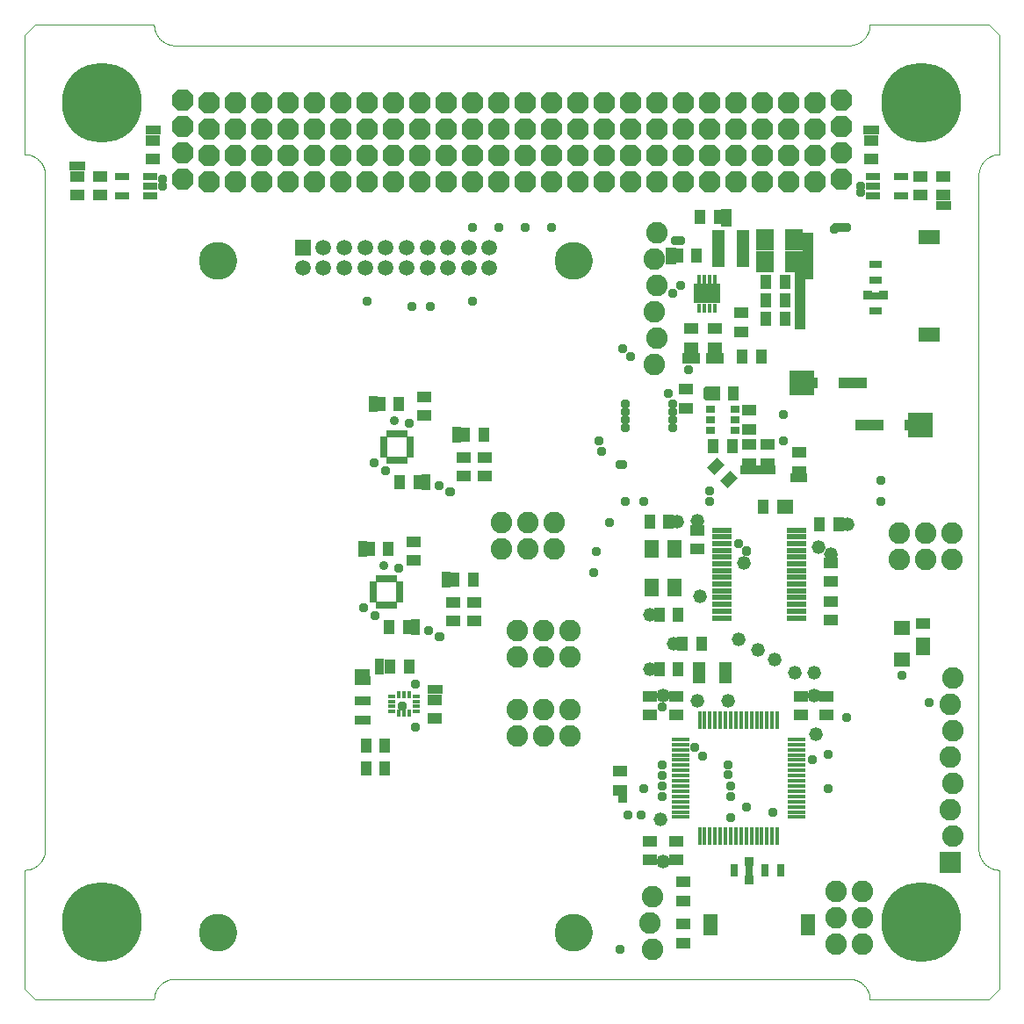
<source format=gts>
G75*
%MOIN*%
%OFA0B0*%
%FSLAX25Y25*%
%IPPOS*%
%LPD*%
%AMOC8*
5,1,8,0,0,1.08239X$1,22.5*
%
%ADD10C,0.00000*%
%ADD11C,0.30328*%
%ADD12OC8,0.08200*%
%ADD13R,0.06902X0.01784*%
%ADD14R,0.01784X0.06902*%
%ADD15R,0.07690X0.02375*%
%ADD16R,0.04737X0.07887*%
%ADD17R,0.05524X0.03950*%
%ADD18R,0.03950X0.05524*%
%ADD19C,0.05200*%
%ADD20R,0.05721X0.07099*%
%ADD21R,0.01784X0.04737*%
%ADD22R,0.04737X0.01784*%
%ADD23R,0.05950X0.05950*%
%ADD24C,0.05950*%
%ADD25C,0.14383*%
%ADD26R,0.05524X0.03162*%
%ADD27R,0.03162X0.04737*%
%ADD28R,0.05721X0.07887*%
%ADD29R,0.04737X0.03162*%
%ADD30R,0.07887X0.05721*%
%ADD31R,0.10170X0.07296*%
%ADD32R,0.01784X0.03556*%
%ADD33R,0.04658X0.14186*%
%ADD34R,0.07099X0.07887*%
%ADD35R,0.03556X0.02800*%
%ADD36R,0.11036X0.03950*%
%ADD37R,0.08200X0.08200*%
%ADD38C,0.08200*%
%ADD39R,0.06312X0.05524*%
%ADD40R,0.01784X0.02670*%
%ADD41R,0.02670X0.01784*%
%ADD42R,0.05918X0.03556*%
%ADD43R,0.02570X0.01980*%
%ADD44R,0.01980X0.02570*%
%ADD45C,0.03778*%
%ADD46R,0.03778X0.03778*%
%ADD47OC8,0.03975*%
%ADD48R,0.03975X0.03975*%
%ADD49R,0.03581X0.03581*%
%ADD50C,0.03581*%
D10*
X0087864Y0091801D02*
X0091801Y0087864D01*
X0137077Y0087864D01*
X0137079Y0088054D01*
X0137086Y0088244D01*
X0137098Y0088434D01*
X0137114Y0088624D01*
X0137134Y0088813D01*
X0137160Y0089002D01*
X0137189Y0089190D01*
X0137224Y0089377D01*
X0137263Y0089563D01*
X0137306Y0089748D01*
X0137354Y0089933D01*
X0137406Y0090116D01*
X0137462Y0090297D01*
X0137523Y0090477D01*
X0137589Y0090656D01*
X0137658Y0090833D01*
X0137732Y0091009D01*
X0137810Y0091182D01*
X0137893Y0091354D01*
X0137979Y0091523D01*
X0138069Y0091691D01*
X0138164Y0091856D01*
X0138262Y0092019D01*
X0138365Y0092179D01*
X0138471Y0092337D01*
X0138581Y0092492D01*
X0138694Y0092645D01*
X0138812Y0092795D01*
X0138933Y0092941D01*
X0139057Y0093085D01*
X0139185Y0093226D01*
X0139316Y0093364D01*
X0139451Y0093499D01*
X0139589Y0093630D01*
X0139730Y0093758D01*
X0139874Y0093882D01*
X0140020Y0094003D01*
X0140170Y0094121D01*
X0140323Y0094234D01*
X0140478Y0094344D01*
X0140636Y0094450D01*
X0140796Y0094553D01*
X0140959Y0094651D01*
X0141124Y0094746D01*
X0141292Y0094836D01*
X0141461Y0094922D01*
X0141633Y0095005D01*
X0141806Y0095083D01*
X0141982Y0095157D01*
X0142159Y0095226D01*
X0142338Y0095292D01*
X0142518Y0095353D01*
X0142699Y0095409D01*
X0142882Y0095461D01*
X0143067Y0095509D01*
X0143252Y0095552D01*
X0143438Y0095591D01*
X0143625Y0095626D01*
X0143813Y0095655D01*
X0144002Y0095681D01*
X0144191Y0095701D01*
X0144381Y0095717D01*
X0144571Y0095729D01*
X0144761Y0095736D01*
X0144951Y0095738D01*
X0400856Y0095738D01*
X0401046Y0095736D01*
X0401236Y0095729D01*
X0401426Y0095717D01*
X0401616Y0095701D01*
X0401805Y0095681D01*
X0401994Y0095655D01*
X0402182Y0095626D01*
X0402369Y0095591D01*
X0402555Y0095552D01*
X0402740Y0095509D01*
X0402925Y0095461D01*
X0403108Y0095409D01*
X0403289Y0095353D01*
X0403469Y0095292D01*
X0403648Y0095226D01*
X0403825Y0095157D01*
X0404001Y0095083D01*
X0404174Y0095005D01*
X0404346Y0094922D01*
X0404515Y0094836D01*
X0404683Y0094746D01*
X0404848Y0094651D01*
X0405011Y0094553D01*
X0405171Y0094450D01*
X0405329Y0094344D01*
X0405484Y0094234D01*
X0405637Y0094121D01*
X0405787Y0094003D01*
X0405933Y0093882D01*
X0406077Y0093758D01*
X0406218Y0093630D01*
X0406356Y0093499D01*
X0406491Y0093364D01*
X0406622Y0093226D01*
X0406750Y0093085D01*
X0406874Y0092941D01*
X0406995Y0092795D01*
X0407113Y0092645D01*
X0407226Y0092492D01*
X0407336Y0092337D01*
X0407442Y0092179D01*
X0407545Y0092019D01*
X0407643Y0091856D01*
X0407738Y0091691D01*
X0407828Y0091523D01*
X0407914Y0091354D01*
X0407997Y0091182D01*
X0408075Y0091009D01*
X0408149Y0090833D01*
X0408218Y0090656D01*
X0408284Y0090477D01*
X0408345Y0090297D01*
X0408401Y0090116D01*
X0408453Y0089933D01*
X0408501Y0089748D01*
X0408544Y0089563D01*
X0408583Y0089377D01*
X0408618Y0089190D01*
X0408647Y0089002D01*
X0408673Y0088813D01*
X0408693Y0088624D01*
X0408709Y0088434D01*
X0408721Y0088244D01*
X0408728Y0088054D01*
X0408730Y0087864D01*
X0454006Y0087864D01*
X0457943Y0091801D01*
X0457943Y0137077D01*
X0457753Y0137079D01*
X0457563Y0137086D01*
X0457373Y0137098D01*
X0457183Y0137114D01*
X0456994Y0137134D01*
X0456805Y0137160D01*
X0456617Y0137189D01*
X0456430Y0137224D01*
X0456244Y0137263D01*
X0456059Y0137306D01*
X0455874Y0137354D01*
X0455691Y0137406D01*
X0455510Y0137462D01*
X0455330Y0137523D01*
X0455151Y0137589D01*
X0454974Y0137658D01*
X0454798Y0137732D01*
X0454625Y0137810D01*
X0454453Y0137893D01*
X0454284Y0137979D01*
X0454116Y0138069D01*
X0453951Y0138164D01*
X0453788Y0138262D01*
X0453628Y0138365D01*
X0453470Y0138471D01*
X0453315Y0138581D01*
X0453162Y0138694D01*
X0453012Y0138812D01*
X0452866Y0138933D01*
X0452722Y0139057D01*
X0452581Y0139185D01*
X0452443Y0139316D01*
X0452308Y0139451D01*
X0452177Y0139589D01*
X0452049Y0139730D01*
X0451925Y0139874D01*
X0451804Y0140020D01*
X0451686Y0140170D01*
X0451573Y0140323D01*
X0451463Y0140478D01*
X0451357Y0140636D01*
X0451254Y0140796D01*
X0451156Y0140959D01*
X0451061Y0141124D01*
X0450971Y0141292D01*
X0450885Y0141461D01*
X0450802Y0141633D01*
X0450724Y0141806D01*
X0450650Y0141982D01*
X0450581Y0142159D01*
X0450515Y0142338D01*
X0450454Y0142518D01*
X0450398Y0142699D01*
X0450346Y0142882D01*
X0450298Y0143067D01*
X0450255Y0143252D01*
X0450216Y0143438D01*
X0450181Y0143625D01*
X0450152Y0143813D01*
X0450126Y0144002D01*
X0450106Y0144191D01*
X0450090Y0144381D01*
X0450078Y0144571D01*
X0450071Y0144761D01*
X0450069Y0144951D01*
X0450069Y0400856D01*
X0450071Y0401046D01*
X0450078Y0401236D01*
X0450090Y0401426D01*
X0450106Y0401616D01*
X0450126Y0401805D01*
X0450152Y0401994D01*
X0450181Y0402182D01*
X0450216Y0402369D01*
X0450255Y0402555D01*
X0450298Y0402740D01*
X0450346Y0402925D01*
X0450398Y0403108D01*
X0450454Y0403289D01*
X0450515Y0403469D01*
X0450581Y0403648D01*
X0450650Y0403825D01*
X0450724Y0404001D01*
X0450802Y0404174D01*
X0450885Y0404346D01*
X0450971Y0404515D01*
X0451061Y0404683D01*
X0451156Y0404848D01*
X0451254Y0405011D01*
X0451357Y0405171D01*
X0451463Y0405329D01*
X0451573Y0405484D01*
X0451686Y0405637D01*
X0451804Y0405787D01*
X0451925Y0405933D01*
X0452049Y0406077D01*
X0452177Y0406218D01*
X0452308Y0406356D01*
X0452443Y0406491D01*
X0452581Y0406622D01*
X0452722Y0406750D01*
X0452866Y0406874D01*
X0453012Y0406995D01*
X0453162Y0407113D01*
X0453315Y0407226D01*
X0453470Y0407336D01*
X0453628Y0407442D01*
X0453788Y0407545D01*
X0453951Y0407643D01*
X0454116Y0407738D01*
X0454284Y0407828D01*
X0454453Y0407914D01*
X0454625Y0407997D01*
X0454798Y0408075D01*
X0454974Y0408149D01*
X0455151Y0408218D01*
X0455330Y0408284D01*
X0455510Y0408345D01*
X0455691Y0408401D01*
X0455874Y0408453D01*
X0456059Y0408501D01*
X0456244Y0408544D01*
X0456430Y0408583D01*
X0456617Y0408618D01*
X0456805Y0408647D01*
X0456994Y0408673D01*
X0457183Y0408693D01*
X0457373Y0408709D01*
X0457563Y0408721D01*
X0457753Y0408728D01*
X0457943Y0408730D01*
X0457943Y0454006D01*
X0454006Y0457943D01*
X0408730Y0457943D01*
X0408728Y0457753D01*
X0408721Y0457563D01*
X0408709Y0457373D01*
X0408693Y0457183D01*
X0408673Y0456994D01*
X0408647Y0456805D01*
X0408618Y0456617D01*
X0408583Y0456430D01*
X0408544Y0456244D01*
X0408501Y0456059D01*
X0408453Y0455874D01*
X0408401Y0455691D01*
X0408345Y0455510D01*
X0408284Y0455330D01*
X0408218Y0455151D01*
X0408149Y0454974D01*
X0408075Y0454798D01*
X0407997Y0454625D01*
X0407914Y0454453D01*
X0407828Y0454284D01*
X0407738Y0454116D01*
X0407643Y0453951D01*
X0407545Y0453788D01*
X0407442Y0453628D01*
X0407336Y0453470D01*
X0407226Y0453315D01*
X0407113Y0453162D01*
X0406995Y0453012D01*
X0406874Y0452866D01*
X0406750Y0452722D01*
X0406622Y0452581D01*
X0406491Y0452443D01*
X0406356Y0452308D01*
X0406218Y0452177D01*
X0406077Y0452049D01*
X0405933Y0451925D01*
X0405787Y0451804D01*
X0405637Y0451686D01*
X0405484Y0451573D01*
X0405329Y0451463D01*
X0405171Y0451357D01*
X0405011Y0451254D01*
X0404848Y0451156D01*
X0404683Y0451061D01*
X0404515Y0450971D01*
X0404346Y0450885D01*
X0404174Y0450802D01*
X0404001Y0450724D01*
X0403825Y0450650D01*
X0403648Y0450581D01*
X0403469Y0450515D01*
X0403289Y0450454D01*
X0403108Y0450398D01*
X0402925Y0450346D01*
X0402740Y0450298D01*
X0402555Y0450255D01*
X0402369Y0450216D01*
X0402182Y0450181D01*
X0401994Y0450152D01*
X0401805Y0450126D01*
X0401616Y0450106D01*
X0401426Y0450090D01*
X0401236Y0450078D01*
X0401046Y0450071D01*
X0400856Y0450069D01*
X0144951Y0450069D01*
X0144761Y0450071D01*
X0144571Y0450078D01*
X0144381Y0450090D01*
X0144191Y0450106D01*
X0144002Y0450126D01*
X0143813Y0450152D01*
X0143625Y0450181D01*
X0143438Y0450216D01*
X0143252Y0450255D01*
X0143067Y0450298D01*
X0142882Y0450346D01*
X0142699Y0450398D01*
X0142518Y0450454D01*
X0142338Y0450515D01*
X0142159Y0450581D01*
X0141982Y0450650D01*
X0141806Y0450724D01*
X0141633Y0450802D01*
X0141461Y0450885D01*
X0141292Y0450971D01*
X0141124Y0451061D01*
X0140959Y0451156D01*
X0140796Y0451254D01*
X0140636Y0451357D01*
X0140478Y0451463D01*
X0140323Y0451573D01*
X0140170Y0451686D01*
X0140020Y0451804D01*
X0139874Y0451925D01*
X0139730Y0452049D01*
X0139589Y0452177D01*
X0139451Y0452308D01*
X0139316Y0452443D01*
X0139185Y0452581D01*
X0139057Y0452722D01*
X0138933Y0452866D01*
X0138812Y0453012D01*
X0138694Y0453162D01*
X0138581Y0453315D01*
X0138471Y0453470D01*
X0138365Y0453628D01*
X0138262Y0453788D01*
X0138164Y0453951D01*
X0138069Y0454116D01*
X0137979Y0454284D01*
X0137893Y0454453D01*
X0137810Y0454625D01*
X0137732Y0454798D01*
X0137658Y0454974D01*
X0137589Y0455151D01*
X0137523Y0455330D01*
X0137462Y0455510D01*
X0137406Y0455691D01*
X0137354Y0455874D01*
X0137306Y0456059D01*
X0137263Y0456244D01*
X0137224Y0456430D01*
X0137189Y0456617D01*
X0137160Y0456805D01*
X0137134Y0456994D01*
X0137114Y0457183D01*
X0137098Y0457373D01*
X0137086Y0457563D01*
X0137079Y0457753D01*
X0137077Y0457943D01*
X0091801Y0457943D01*
X0087864Y0454006D01*
X0087864Y0408730D01*
X0088054Y0408728D01*
X0088244Y0408721D01*
X0088434Y0408709D01*
X0088624Y0408693D01*
X0088813Y0408673D01*
X0089002Y0408647D01*
X0089190Y0408618D01*
X0089377Y0408583D01*
X0089563Y0408544D01*
X0089748Y0408501D01*
X0089933Y0408453D01*
X0090116Y0408401D01*
X0090297Y0408345D01*
X0090477Y0408284D01*
X0090656Y0408218D01*
X0090833Y0408149D01*
X0091009Y0408075D01*
X0091182Y0407997D01*
X0091354Y0407914D01*
X0091523Y0407828D01*
X0091691Y0407738D01*
X0091856Y0407643D01*
X0092019Y0407545D01*
X0092179Y0407442D01*
X0092337Y0407336D01*
X0092492Y0407226D01*
X0092645Y0407113D01*
X0092795Y0406995D01*
X0092941Y0406874D01*
X0093085Y0406750D01*
X0093226Y0406622D01*
X0093364Y0406491D01*
X0093499Y0406356D01*
X0093630Y0406218D01*
X0093758Y0406077D01*
X0093882Y0405933D01*
X0094003Y0405787D01*
X0094121Y0405637D01*
X0094234Y0405484D01*
X0094344Y0405329D01*
X0094450Y0405171D01*
X0094553Y0405011D01*
X0094651Y0404848D01*
X0094746Y0404683D01*
X0094836Y0404515D01*
X0094922Y0404346D01*
X0095005Y0404174D01*
X0095083Y0404001D01*
X0095157Y0403825D01*
X0095226Y0403648D01*
X0095292Y0403469D01*
X0095353Y0403289D01*
X0095409Y0403108D01*
X0095461Y0402925D01*
X0095509Y0402740D01*
X0095552Y0402555D01*
X0095591Y0402369D01*
X0095626Y0402182D01*
X0095655Y0401994D01*
X0095681Y0401805D01*
X0095701Y0401616D01*
X0095717Y0401426D01*
X0095729Y0401236D01*
X0095736Y0401046D01*
X0095738Y0400856D01*
X0095738Y0144951D01*
X0095736Y0144761D01*
X0095729Y0144571D01*
X0095717Y0144381D01*
X0095701Y0144191D01*
X0095681Y0144002D01*
X0095655Y0143813D01*
X0095626Y0143625D01*
X0095591Y0143438D01*
X0095552Y0143252D01*
X0095509Y0143067D01*
X0095461Y0142882D01*
X0095409Y0142699D01*
X0095353Y0142518D01*
X0095292Y0142338D01*
X0095226Y0142159D01*
X0095157Y0141982D01*
X0095083Y0141806D01*
X0095005Y0141633D01*
X0094922Y0141461D01*
X0094836Y0141292D01*
X0094746Y0141124D01*
X0094651Y0140959D01*
X0094553Y0140796D01*
X0094450Y0140636D01*
X0094344Y0140478D01*
X0094234Y0140323D01*
X0094121Y0140170D01*
X0094003Y0140020D01*
X0093882Y0139874D01*
X0093758Y0139730D01*
X0093630Y0139589D01*
X0093499Y0139451D01*
X0093364Y0139316D01*
X0093226Y0139185D01*
X0093085Y0139057D01*
X0092941Y0138933D01*
X0092795Y0138812D01*
X0092645Y0138694D01*
X0092492Y0138581D01*
X0092337Y0138471D01*
X0092179Y0138365D01*
X0092019Y0138262D01*
X0091856Y0138164D01*
X0091691Y0138069D01*
X0091523Y0137979D01*
X0091354Y0137893D01*
X0091182Y0137810D01*
X0091009Y0137732D01*
X0090833Y0137658D01*
X0090656Y0137589D01*
X0090477Y0137523D01*
X0090297Y0137462D01*
X0090116Y0137406D01*
X0089933Y0137354D01*
X0089748Y0137306D01*
X0089563Y0137263D01*
X0089377Y0137224D01*
X0089190Y0137189D01*
X0089002Y0137160D01*
X0088813Y0137134D01*
X0088624Y0137114D01*
X0088434Y0137098D01*
X0088244Y0137086D01*
X0088054Y0137079D01*
X0087864Y0137077D01*
X0087864Y0091801D01*
X0154593Y0113423D02*
X0154595Y0113590D01*
X0154601Y0113756D01*
X0154611Y0113923D01*
X0154626Y0114089D01*
X0154644Y0114254D01*
X0154667Y0114419D01*
X0154693Y0114584D01*
X0154723Y0114748D01*
X0154758Y0114911D01*
X0154797Y0115073D01*
X0154839Y0115234D01*
X0154885Y0115394D01*
X0154936Y0115553D01*
X0154990Y0115711D01*
X0155048Y0115867D01*
X0155110Y0116022D01*
X0155176Y0116175D01*
X0155245Y0116327D01*
X0155318Y0116476D01*
X0155395Y0116624D01*
X0155475Y0116770D01*
X0155559Y0116914D01*
X0155647Y0117056D01*
X0155737Y0117196D01*
X0155832Y0117333D01*
X0155929Y0117468D01*
X0156030Y0117601D01*
X0156134Y0117731D01*
X0156242Y0117859D01*
X0156352Y0117984D01*
X0156466Y0118106D01*
X0156582Y0118225D01*
X0156701Y0118341D01*
X0156823Y0118455D01*
X0156948Y0118565D01*
X0157076Y0118673D01*
X0157206Y0118777D01*
X0157339Y0118878D01*
X0157474Y0118975D01*
X0157611Y0119070D01*
X0157751Y0119160D01*
X0157893Y0119248D01*
X0158037Y0119332D01*
X0158183Y0119412D01*
X0158331Y0119489D01*
X0158480Y0119562D01*
X0158632Y0119631D01*
X0158785Y0119697D01*
X0158940Y0119759D01*
X0159096Y0119817D01*
X0159254Y0119871D01*
X0159413Y0119922D01*
X0159573Y0119968D01*
X0159734Y0120010D01*
X0159896Y0120049D01*
X0160059Y0120084D01*
X0160223Y0120114D01*
X0160388Y0120140D01*
X0160553Y0120163D01*
X0160718Y0120181D01*
X0160884Y0120196D01*
X0161051Y0120206D01*
X0161217Y0120212D01*
X0161384Y0120214D01*
X0161551Y0120212D01*
X0161717Y0120206D01*
X0161884Y0120196D01*
X0162050Y0120181D01*
X0162215Y0120163D01*
X0162380Y0120140D01*
X0162545Y0120114D01*
X0162709Y0120084D01*
X0162872Y0120049D01*
X0163034Y0120010D01*
X0163195Y0119968D01*
X0163355Y0119922D01*
X0163514Y0119871D01*
X0163672Y0119817D01*
X0163828Y0119759D01*
X0163983Y0119697D01*
X0164136Y0119631D01*
X0164288Y0119562D01*
X0164437Y0119489D01*
X0164585Y0119412D01*
X0164731Y0119332D01*
X0164875Y0119248D01*
X0165017Y0119160D01*
X0165157Y0119070D01*
X0165294Y0118975D01*
X0165429Y0118878D01*
X0165562Y0118777D01*
X0165692Y0118673D01*
X0165820Y0118565D01*
X0165945Y0118455D01*
X0166067Y0118341D01*
X0166186Y0118225D01*
X0166302Y0118106D01*
X0166416Y0117984D01*
X0166526Y0117859D01*
X0166634Y0117731D01*
X0166738Y0117601D01*
X0166839Y0117468D01*
X0166936Y0117333D01*
X0167031Y0117196D01*
X0167121Y0117056D01*
X0167209Y0116914D01*
X0167293Y0116770D01*
X0167373Y0116624D01*
X0167450Y0116476D01*
X0167523Y0116327D01*
X0167592Y0116175D01*
X0167658Y0116022D01*
X0167720Y0115867D01*
X0167778Y0115711D01*
X0167832Y0115553D01*
X0167883Y0115394D01*
X0167929Y0115234D01*
X0167971Y0115073D01*
X0168010Y0114911D01*
X0168045Y0114748D01*
X0168075Y0114584D01*
X0168101Y0114419D01*
X0168124Y0114254D01*
X0168142Y0114089D01*
X0168157Y0113923D01*
X0168167Y0113756D01*
X0168173Y0113590D01*
X0168175Y0113423D01*
X0168173Y0113256D01*
X0168167Y0113090D01*
X0168157Y0112923D01*
X0168142Y0112757D01*
X0168124Y0112592D01*
X0168101Y0112427D01*
X0168075Y0112262D01*
X0168045Y0112098D01*
X0168010Y0111935D01*
X0167971Y0111773D01*
X0167929Y0111612D01*
X0167883Y0111452D01*
X0167832Y0111293D01*
X0167778Y0111135D01*
X0167720Y0110979D01*
X0167658Y0110824D01*
X0167592Y0110671D01*
X0167523Y0110519D01*
X0167450Y0110370D01*
X0167373Y0110222D01*
X0167293Y0110076D01*
X0167209Y0109932D01*
X0167121Y0109790D01*
X0167031Y0109650D01*
X0166936Y0109513D01*
X0166839Y0109378D01*
X0166738Y0109245D01*
X0166634Y0109115D01*
X0166526Y0108987D01*
X0166416Y0108862D01*
X0166302Y0108740D01*
X0166186Y0108621D01*
X0166067Y0108505D01*
X0165945Y0108391D01*
X0165820Y0108281D01*
X0165692Y0108173D01*
X0165562Y0108069D01*
X0165429Y0107968D01*
X0165294Y0107871D01*
X0165157Y0107776D01*
X0165017Y0107686D01*
X0164875Y0107598D01*
X0164731Y0107514D01*
X0164585Y0107434D01*
X0164437Y0107357D01*
X0164288Y0107284D01*
X0164136Y0107215D01*
X0163983Y0107149D01*
X0163828Y0107087D01*
X0163672Y0107029D01*
X0163514Y0106975D01*
X0163355Y0106924D01*
X0163195Y0106878D01*
X0163034Y0106836D01*
X0162872Y0106797D01*
X0162709Y0106762D01*
X0162545Y0106732D01*
X0162380Y0106706D01*
X0162215Y0106683D01*
X0162050Y0106665D01*
X0161884Y0106650D01*
X0161717Y0106640D01*
X0161551Y0106634D01*
X0161384Y0106632D01*
X0161217Y0106634D01*
X0161051Y0106640D01*
X0160884Y0106650D01*
X0160718Y0106665D01*
X0160553Y0106683D01*
X0160388Y0106706D01*
X0160223Y0106732D01*
X0160059Y0106762D01*
X0159896Y0106797D01*
X0159734Y0106836D01*
X0159573Y0106878D01*
X0159413Y0106924D01*
X0159254Y0106975D01*
X0159096Y0107029D01*
X0158940Y0107087D01*
X0158785Y0107149D01*
X0158632Y0107215D01*
X0158480Y0107284D01*
X0158331Y0107357D01*
X0158183Y0107434D01*
X0158037Y0107514D01*
X0157893Y0107598D01*
X0157751Y0107686D01*
X0157611Y0107776D01*
X0157474Y0107871D01*
X0157339Y0107968D01*
X0157206Y0108069D01*
X0157076Y0108173D01*
X0156948Y0108281D01*
X0156823Y0108391D01*
X0156701Y0108505D01*
X0156582Y0108621D01*
X0156466Y0108740D01*
X0156352Y0108862D01*
X0156242Y0108987D01*
X0156134Y0109115D01*
X0156030Y0109245D01*
X0155929Y0109378D01*
X0155832Y0109513D01*
X0155737Y0109650D01*
X0155647Y0109790D01*
X0155559Y0109932D01*
X0155475Y0110076D01*
X0155395Y0110222D01*
X0155318Y0110370D01*
X0155245Y0110519D01*
X0155176Y0110671D01*
X0155110Y0110824D01*
X0155048Y0110979D01*
X0154990Y0111135D01*
X0154936Y0111293D01*
X0154885Y0111452D01*
X0154839Y0111612D01*
X0154797Y0111773D01*
X0154758Y0111935D01*
X0154723Y0112098D01*
X0154693Y0112262D01*
X0154667Y0112427D01*
X0154644Y0112592D01*
X0154626Y0112757D01*
X0154611Y0112923D01*
X0154601Y0113090D01*
X0154595Y0113256D01*
X0154593Y0113423D01*
X0289593Y0113423D02*
X0289595Y0113590D01*
X0289601Y0113756D01*
X0289611Y0113923D01*
X0289626Y0114089D01*
X0289644Y0114254D01*
X0289667Y0114419D01*
X0289693Y0114584D01*
X0289723Y0114748D01*
X0289758Y0114911D01*
X0289797Y0115073D01*
X0289839Y0115234D01*
X0289885Y0115394D01*
X0289936Y0115553D01*
X0289990Y0115711D01*
X0290048Y0115867D01*
X0290110Y0116022D01*
X0290176Y0116175D01*
X0290245Y0116327D01*
X0290318Y0116476D01*
X0290395Y0116624D01*
X0290475Y0116770D01*
X0290559Y0116914D01*
X0290647Y0117056D01*
X0290737Y0117196D01*
X0290832Y0117333D01*
X0290929Y0117468D01*
X0291030Y0117601D01*
X0291134Y0117731D01*
X0291242Y0117859D01*
X0291352Y0117984D01*
X0291466Y0118106D01*
X0291582Y0118225D01*
X0291701Y0118341D01*
X0291823Y0118455D01*
X0291948Y0118565D01*
X0292076Y0118673D01*
X0292206Y0118777D01*
X0292339Y0118878D01*
X0292474Y0118975D01*
X0292611Y0119070D01*
X0292751Y0119160D01*
X0292893Y0119248D01*
X0293037Y0119332D01*
X0293183Y0119412D01*
X0293331Y0119489D01*
X0293480Y0119562D01*
X0293632Y0119631D01*
X0293785Y0119697D01*
X0293940Y0119759D01*
X0294096Y0119817D01*
X0294254Y0119871D01*
X0294413Y0119922D01*
X0294573Y0119968D01*
X0294734Y0120010D01*
X0294896Y0120049D01*
X0295059Y0120084D01*
X0295223Y0120114D01*
X0295388Y0120140D01*
X0295553Y0120163D01*
X0295718Y0120181D01*
X0295884Y0120196D01*
X0296051Y0120206D01*
X0296217Y0120212D01*
X0296384Y0120214D01*
X0296551Y0120212D01*
X0296717Y0120206D01*
X0296884Y0120196D01*
X0297050Y0120181D01*
X0297215Y0120163D01*
X0297380Y0120140D01*
X0297545Y0120114D01*
X0297709Y0120084D01*
X0297872Y0120049D01*
X0298034Y0120010D01*
X0298195Y0119968D01*
X0298355Y0119922D01*
X0298514Y0119871D01*
X0298672Y0119817D01*
X0298828Y0119759D01*
X0298983Y0119697D01*
X0299136Y0119631D01*
X0299288Y0119562D01*
X0299437Y0119489D01*
X0299585Y0119412D01*
X0299731Y0119332D01*
X0299875Y0119248D01*
X0300017Y0119160D01*
X0300157Y0119070D01*
X0300294Y0118975D01*
X0300429Y0118878D01*
X0300562Y0118777D01*
X0300692Y0118673D01*
X0300820Y0118565D01*
X0300945Y0118455D01*
X0301067Y0118341D01*
X0301186Y0118225D01*
X0301302Y0118106D01*
X0301416Y0117984D01*
X0301526Y0117859D01*
X0301634Y0117731D01*
X0301738Y0117601D01*
X0301839Y0117468D01*
X0301936Y0117333D01*
X0302031Y0117196D01*
X0302121Y0117056D01*
X0302209Y0116914D01*
X0302293Y0116770D01*
X0302373Y0116624D01*
X0302450Y0116476D01*
X0302523Y0116327D01*
X0302592Y0116175D01*
X0302658Y0116022D01*
X0302720Y0115867D01*
X0302778Y0115711D01*
X0302832Y0115553D01*
X0302883Y0115394D01*
X0302929Y0115234D01*
X0302971Y0115073D01*
X0303010Y0114911D01*
X0303045Y0114748D01*
X0303075Y0114584D01*
X0303101Y0114419D01*
X0303124Y0114254D01*
X0303142Y0114089D01*
X0303157Y0113923D01*
X0303167Y0113756D01*
X0303173Y0113590D01*
X0303175Y0113423D01*
X0303173Y0113256D01*
X0303167Y0113090D01*
X0303157Y0112923D01*
X0303142Y0112757D01*
X0303124Y0112592D01*
X0303101Y0112427D01*
X0303075Y0112262D01*
X0303045Y0112098D01*
X0303010Y0111935D01*
X0302971Y0111773D01*
X0302929Y0111612D01*
X0302883Y0111452D01*
X0302832Y0111293D01*
X0302778Y0111135D01*
X0302720Y0110979D01*
X0302658Y0110824D01*
X0302592Y0110671D01*
X0302523Y0110519D01*
X0302450Y0110370D01*
X0302373Y0110222D01*
X0302293Y0110076D01*
X0302209Y0109932D01*
X0302121Y0109790D01*
X0302031Y0109650D01*
X0301936Y0109513D01*
X0301839Y0109378D01*
X0301738Y0109245D01*
X0301634Y0109115D01*
X0301526Y0108987D01*
X0301416Y0108862D01*
X0301302Y0108740D01*
X0301186Y0108621D01*
X0301067Y0108505D01*
X0300945Y0108391D01*
X0300820Y0108281D01*
X0300692Y0108173D01*
X0300562Y0108069D01*
X0300429Y0107968D01*
X0300294Y0107871D01*
X0300157Y0107776D01*
X0300017Y0107686D01*
X0299875Y0107598D01*
X0299731Y0107514D01*
X0299585Y0107434D01*
X0299437Y0107357D01*
X0299288Y0107284D01*
X0299136Y0107215D01*
X0298983Y0107149D01*
X0298828Y0107087D01*
X0298672Y0107029D01*
X0298514Y0106975D01*
X0298355Y0106924D01*
X0298195Y0106878D01*
X0298034Y0106836D01*
X0297872Y0106797D01*
X0297709Y0106762D01*
X0297545Y0106732D01*
X0297380Y0106706D01*
X0297215Y0106683D01*
X0297050Y0106665D01*
X0296884Y0106650D01*
X0296717Y0106640D01*
X0296551Y0106634D01*
X0296384Y0106632D01*
X0296217Y0106634D01*
X0296051Y0106640D01*
X0295884Y0106650D01*
X0295718Y0106665D01*
X0295553Y0106683D01*
X0295388Y0106706D01*
X0295223Y0106732D01*
X0295059Y0106762D01*
X0294896Y0106797D01*
X0294734Y0106836D01*
X0294573Y0106878D01*
X0294413Y0106924D01*
X0294254Y0106975D01*
X0294096Y0107029D01*
X0293940Y0107087D01*
X0293785Y0107149D01*
X0293632Y0107215D01*
X0293480Y0107284D01*
X0293331Y0107357D01*
X0293183Y0107434D01*
X0293037Y0107514D01*
X0292893Y0107598D01*
X0292751Y0107686D01*
X0292611Y0107776D01*
X0292474Y0107871D01*
X0292339Y0107968D01*
X0292206Y0108069D01*
X0292076Y0108173D01*
X0291948Y0108281D01*
X0291823Y0108391D01*
X0291701Y0108505D01*
X0291582Y0108621D01*
X0291466Y0108740D01*
X0291352Y0108862D01*
X0291242Y0108987D01*
X0291134Y0109115D01*
X0291030Y0109245D01*
X0290929Y0109378D01*
X0290832Y0109513D01*
X0290737Y0109650D01*
X0290647Y0109790D01*
X0290559Y0109932D01*
X0290475Y0110076D01*
X0290395Y0110222D01*
X0290318Y0110370D01*
X0290245Y0110519D01*
X0290176Y0110671D01*
X0290110Y0110824D01*
X0290048Y0110979D01*
X0289990Y0111135D01*
X0289936Y0111293D01*
X0289885Y0111452D01*
X0289839Y0111612D01*
X0289797Y0111773D01*
X0289758Y0111935D01*
X0289723Y0112098D01*
X0289693Y0112262D01*
X0289667Y0112427D01*
X0289644Y0112592D01*
X0289626Y0112757D01*
X0289611Y0112923D01*
X0289601Y0113090D01*
X0289595Y0113256D01*
X0289593Y0113423D01*
X0289593Y0368423D02*
X0289595Y0368590D01*
X0289601Y0368756D01*
X0289611Y0368923D01*
X0289626Y0369089D01*
X0289644Y0369254D01*
X0289667Y0369419D01*
X0289693Y0369584D01*
X0289723Y0369748D01*
X0289758Y0369911D01*
X0289797Y0370073D01*
X0289839Y0370234D01*
X0289885Y0370394D01*
X0289936Y0370553D01*
X0289990Y0370711D01*
X0290048Y0370867D01*
X0290110Y0371022D01*
X0290176Y0371175D01*
X0290245Y0371327D01*
X0290318Y0371476D01*
X0290395Y0371624D01*
X0290475Y0371770D01*
X0290559Y0371914D01*
X0290647Y0372056D01*
X0290737Y0372196D01*
X0290832Y0372333D01*
X0290929Y0372468D01*
X0291030Y0372601D01*
X0291134Y0372731D01*
X0291242Y0372859D01*
X0291352Y0372984D01*
X0291466Y0373106D01*
X0291582Y0373225D01*
X0291701Y0373341D01*
X0291823Y0373455D01*
X0291948Y0373565D01*
X0292076Y0373673D01*
X0292206Y0373777D01*
X0292339Y0373878D01*
X0292474Y0373975D01*
X0292611Y0374070D01*
X0292751Y0374160D01*
X0292893Y0374248D01*
X0293037Y0374332D01*
X0293183Y0374412D01*
X0293331Y0374489D01*
X0293480Y0374562D01*
X0293632Y0374631D01*
X0293785Y0374697D01*
X0293940Y0374759D01*
X0294096Y0374817D01*
X0294254Y0374871D01*
X0294413Y0374922D01*
X0294573Y0374968D01*
X0294734Y0375010D01*
X0294896Y0375049D01*
X0295059Y0375084D01*
X0295223Y0375114D01*
X0295388Y0375140D01*
X0295553Y0375163D01*
X0295718Y0375181D01*
X0295884Y0375196D01*
X0296051Y0375206D01*
X0296217Y0375212D01*
X0296384Y0375214D01*
X0296551Y0375212D01*
X0296717Y0375206D01*
X0296884Y0375196D01*
X0297050Y0375181D01*
X0297215Y0375163D01*
X0297380Y0375140D01*
X0297545Y0375114D01*
X0297709Y0375084D01*
X0297872Y0375049D01*
X0298034Y0375010D01*
X0298195Y0374968D01*
X0298355Y0374922D01*
X0298514Y0374871D01*
X0298672Y0374817D01*
X0298828Y0374759D01*
X0298983Y0374697D01*
X0299136Y0374631D01*
X0299288Y0374562D01*
X0299437Y0374489D01*
X0299585Y0374412D01*
X0299731Y0374332D01*
X0299875Y0374248D01*
X0300017Y0374160D01*
X0300157Y0374070D01*
X0300294Y0373975D01*
X0300429Y0373878D01*
X0300562Y0373777D01*
X0300692Y0373673D01*
X0300820Y0373565D01*
X0300945Y0373455D01*
X0301067Y0373341D01*
X0301186Y0373225D01*
X0301302Y0373106D01*
X0301416Y0372984D01*
X0301526Y0372859D01*
X0301634Y0372731D01*
X0301738Y0372601D01*
X0301839Y0372468D01*
X0301936Y0372333D01*
X0302031Y0372196D01*
X0302121Y0372056D01*
X0302209Y0371914D01*
X0302293Y0371770D01*
X0302373Y0371624D01*
X0302450Y0371476D01*
X0302523Y0371327D01*
X0302592Y0371175D01*
X0302658Y0371022D01*
X0302720Y0370867D01*
X0302778Y0370711D01*
X0302832Y0370553D01*
X0302883Y0370394D01*
X0302929Y0370234D01*
X0302971Y0370073D01*
X0303010Y0369911D01*
X0303045Y0369748D01*
X0303075Y0369584D01*
X0303101Y0369419D01*
X0303124Y0369254D01*
X0303142Y0369089D01*
X0303157Y0368923D01*
X0303167Y0368756D01*
X0303173Y0368590D01*
X0303175Y0368423D01*
X0303173Y0368256D01*
X0303167Y0368090D01*
X0303157Y0367923D01*
X0303142Y0367757D01*
X0303124Y0367592D01*
X0303101Y0367427D01*
X0303075Y0367262D01*
X0303045Y0367098D01*
X0303010Y0366935D01*
X0302971Y0366773D01*
X0302929Y0366612D01*
X0302883Y0366452D01*
X0302832Y0366293D01*
X0302778Y0366135D01*
X0302720Y0365979D01*
X0302658Y0365824D01*
X0302592Y0365671D01*
X0302523Y0365519D01*
X0302450Y0365370D01*
X0302373Y0365222D01*
X0302293Y0365076D01*
X0302209Y0364932D01*
X0302121Y0364790D01*
X0302031Y0364650D01*
X0301936Y0364513D01*
X0301839Y0364378D01*
X0301738Y0364245D01*
X0301634Y0364115D01*
X0301526Y0363987D01*
X0301416Y0363862D01*
X0301302Y0363740D01*
X0301186Y0363621D01*
X0301067Y0363505D01*
X0300945Y0363391D01*
X0300820Y0363281D01*
X0300692Y0363173D01*
X0300562Y0363069D01*
X0300429Y0362968D01*
X0300294Y0362871D01*
X0300157Y0362776D01*
X0300017Y0362686D01*
X0299875Y0362598D01*
X0299731Y0362514D01*
X0299585Y0362434D01*
X0299437Y0362357D01*
X0299288Y0362284D01*
X0299136Y0362215D01*
X0298983Y0362149D01*
X0298828Y0362087D01*
X0298672Y0362029D01*
X0298514Y0361975D01*
X0298355Y0361924D01*
X0298195Y0361878D01*
X0298034Y0361836D01*
X0297872Y0361797D01*
X0297709Y0361762D01*
X0297545Y0361732D01*
X0297380Y0361706D01*
X0297215Y0361683D01*
X0297050Y0361665D01*
X0296884Y0361650D01*
X0296717Y0361640D01*
X0296551Y0361634D01*
X0296384Y0361632D01*
X0296217Y0361634D01*
X0296051Y0361640D01*
X0295884Y0361650D01*
X0295718Y0361665D01*
X0295553Y0361683D01*
X0295388Y0361706D01*
X0295223Y0361732D01*
X0295059Y0361762D01*
X0294896Y0361797D01*
X0294734Y0361836D01*
X0294573Y0361878D01*
X0294413Y0361924D01*
X0294254Y0361975D01*
X0294096Y0362029D01*
X0293940Y0362087D01*
X0293785Y0362149D01*
X0293632Y0362215D01*
X0293480Y0362284D01*
X0293331Y0362357D01*
X0293183Y0362434D01*
X0293037Y0362514D01*
X0292893Y0362598D01*
X0292751Y0362686D01*
X0292611Y0362776D01*
X0292474Y0362871D01*
X0292339Y0362968D01*
X0292206Y0363069D01*
X0292076Y0363173D01*
X0291948Y0363281D01*
X0291823Y0363391D01*
X0291701Y0363505D01*
X0291582Y0363621D01*
X0291466Y0363740D01*
X0291352Y0363862D01*
X0291242Y0363987D01*
X0291134Y0364115D01*
X0291030Y0364245D01*
X0290929Y0364378D01*
X0290832Y0364513D01*
X0290737Y0364650D01*
X0290647Y0364790D01*
X0290559Y0364932D01*
X0290475Y0365076D01*
X0290395Y0365222D01*
X0290318Y0365370D01*
X0290245Y0365519D01*
X0290176Y0365671D01*
X0290110Y0365824D01*
X0290048Y0365979D01*
X0289990Y0366135D01*
X0289936Y0366293D01*
X0289885Y0366452D01*
X0289839Y0366612D01*
X0289797Y0366773D01*
X0289758Y0366935D01*
X0289723Y0367098D01*
X0289693Y0367262D01*
X0289667Y0367427D01*
X0289644Y0367592D01*
X0289626Y0367757D01*
X0289611Y0367923D01*
X0289601Y0368090D01*
X0289595Y0368256D01*
X0289593Y0368423D01*
X0154593Y0368423D02*
X0154595Y0368590D01*
X0154601Y0368756D01*
X0154611Y0368923D01*
X0154626Y0369089D01*
X0154644Y0369254D01*
X0154667Y0369419D01*
X0154693Y0369584D01*
X0154723Y0369748D01*
X0154758Y0369911D01*
X0154797Y0370073D01*
X0154839Y0370234D01*
X0154885Y0370394D01*
X0154936Y0370553D01*
X0154990Y0370711D01*
X0155048Y0370867D01*
X0155110Y0371022D01*
X0155176Y0371175D01*
X0155245Y0371327D01*
X0155318Y0371476D01*
X0155395Y0371624D01*
X0155475Y0371770D01*
X0155559Y0371914D01*
X0155647Y0372056D01*
X0155737Y0372196D01*
X0155832Y0372333D01*
X0155929Y0372468D01*
X0156030Y0372601D01*
X0156134Y0372731D01*
X0156242Y0372859D01*
X0156352Y0372984D01*
X0156466Y0373106D01*
X0156582Y0373225D01*
X0156701Y0373341D01*
X0156823Y0373455D01*
X0156948Y0373565D01*
X0157076Y0373673D01*
X0157206Y0373777D01*
X0157339Y0373878D01*
X0157474Y0373975D01*
X0157611Y0374070D01*
X0157751Y0374160D01*
X0157893Y0374248D01*
X0158037Y0374332D01*
X0158183Y0374412D01*
X0158331Y0374489D01*
X0158480Y0374562D01*
X0158632Y0374631D01*
X0158785Y0374697D01*
X0158940Y0374759D01*
X0159096Y0374817D01*
X0159254Y0374871D01*
X0159413Y0374922D01*
X0159573Y0374968D01*
X0159734Y0375010D01*
X0159896Y0375049D01*
X0160059Y0375084D01*
X0160223Y0375114D01*
X0160388Y0375140D01*
X0160553Y0375163D01*
X0160718Y0375181D01*
X0160884Y0375196D01*
X0161051Y0375206D01*
X0161217Y0375212D01*
X0161384Y0375214D01*
X0161551Y0375212D01*
X0161717Y0375206D01*
X0161884Y0375196D01*
X0162050Y0375181D01*
X0162215Y0375163D01*
X0162380Y0375140D01*
X0162545Y0375114D01*
X0162709Y0375084D01*
X0162872Y0375049D01*
X0163034Y0375010D01*
X0163195Y0374968D01*
X0163355Y0374922D01*
X0163514Y0374871D01*
X0163672Y0374817D01*
X0163828Y0374759D01*
X0163983Y0374697D01*
X0164136Y0374631D01*
X0164288Y0374562D01*
X0164437Y0374489D01*
X0164585Y0374412D01*
X0164731Y0374332D01*
X0164875Y0374248D01*
X0165017Y0374160D01*
X0165157Y0374070D01*
X0165294Y0373975D01*
X0165429Y0373878D01*
X0165562Y0373777D01*
X0165692Y0373673D01*
X0165820Y0373565D01*
X0165945Y0373455D01*
X0166067Y0373341D01*
X0166186Y0373225D01*
X0166302Y0373106D01*
X0166416Y0372984D01*
X0166526Y0372859D01*
X0166634Y0372731D01*
X0166738Y0372601D01*
X0166839Y0372468D01*
X0166936Y0372333D01*
X0167031Y0372196D01*
X0167121Y0372056D01*
X0167209Y0371914D01*
X0167293Y0371770D01*
X0167373Y0371624D01*
X0167450Y0371476D01*
X0167523Y0371327D01*
X0167592Y0371175D01*
X0167658Y0371022D01*
X0167720Y0370867D01*
X0167778Y0370711D01*
X0167832Y0370553D01*
X0167883Y0370394D01*
X0167929Y0370234D01*
X0167971Y0370073D01*
X0168010Y0369911D01*
X0168045Y0369748D01*
X0168075Y0369584D01*
X0168101Y0369419D01*
X0168124Y0369254D01*
X0168142Y0369089D01*
X0168157Y0368923D01*
X0168167Y0368756D01*
X0168173Y0368590D01*
X0168175Y0368423D01*
X0168173Y0368256D01*
X0168167Y0368090D01*
X0168157Y0367923D01*
X0168142Y0367757D01*
X0168124Y0367592D01*
X0168101Y0367427D01*
X0168075Y0367262D01*
X0168045Y0367098D01*
X0168010Y0366935D01*
X0167971Y0366773D01*
X0167929Y0366612D01*
X0167883Y0366452D01*
X0167832Y0366293D01*
X0167778Y0366135D01*
X0167720Y0365979D01*
X0167658Y0365824D01*
X0167592Y0365671D01*
X0167523Y0365519D01*
X0167450Y0365370D01*
X0167373Y0365222D01*
X0167293Y0365076D01*
X0167209Y0364932D01*
X0167121Y0364790D01*
X0167031Y0364650D01*
X0166936Y0364513D01*
X0166839Y0364378D01*
X0166738Y0364245D01*
X0166634Y0364115D01*
X0166526Y0363987D01*
X0166416Y0363862D01*
X0166302Y0363740D01*
X0166186Y0363621D01*
X0166067Y0363505D01*
X0165945Y0363391D01*
X0165820Y0363281D01*
X0165692Y0363173D01*
X0165562Y0363069D01*
X0165429Y0362968D01*
X0165294Y0362871D01*
X0165157Y0362776D01*
X0165017Y0362686D01*
X0164875Y0362598D01*
X0164731Y0362514D01*
X0164585Y0362434D01*
X0164437Y0362357D01*
X0164288Y0362284D01*
X0164136Y0362215D01*
X0163983Y0362149D01*
X0163828Y0362087D01*
X0163672Y0362029D01*
X0163514Y0361975D01*
X0163355Y0361924D01*
X0163195Y0361878D01*
X0163034Y0361836D01*
X0162872Y0361797D01*
X0162709Y0361762D01*
X0162545Y0361732D01*
X0162380Y0361706D01*
X0162215Y0361683D01*
X0162050Y0361665D01*
X0161884Y0361650D01*
X0161717Y0361640D01*
X0161551Y0361634D01*
X0161384Y0361632D01*
X0161217Y0361634D01*
X0161051Y0361640D01*
X0160884Y0361650D01*
X0160718Y0361665D01*
X0160553Y0361683D01*
X0160388Y0361706D01*
X0160223Y0361732D01*
X0160059Y0361762D01*
X0159896Y0361797D01*
X0159734Y0361836D01*
X0159573Y0361878D01*
X0159413Y0361924D01*
X0159254Y0361975D01*
X0159096Y0362029D01*
X0158940Y0362087D01*
X0158785Y0362149D01*
X0158632Y0362215D01*
X0158480Y0362284D01*
X0158331Y0362357D01*
X0158183Y0362434D01*
X0158037Y0362514D01*
X0157893Y0362598D01*
X0157751Y0362686D01*
X0157611Y0362776D01*
X0157474Y0362871D01*
X0157339Y0362968D01*
X0157206Y0363069D01*
X0157076Y0363173D01*
X0156948Y0363281D01*
X0156823Y0363391D01*
X0156701Y0363505D01*
X0156582Y0363621D01*
X0156466Y0363740D01*
X0156352Y0363862D01*
X0156242Y0363987D01*
X0156134Y0364115D01*
X0156030Y0364245D01*
X0155929Y0364378D01*
X0155832Y0364513D01*
X0155737Y0364650D01*
X0155647Y0364790D01*
X0155559Y0364932D01*
X0155475Y0365076D01*
X0155395Y0365222D01*
X0155318Y0365370D01*
X0155245Y0365519D01*
X0155176Y0365671D01*
X0155110Y0365824D01*
X0155048Y0365979D01*
X0154990Y0366135D01*
X0154936Y0366293D01*
X0154885Y0366452D01*
X0154839Y0366612D01*
X0154797Y0366773D01*
X0154758Y0366935D01*
X0154723Y0367098D01*
X0154693Y0367262D01*
X0154667Y0367427D01*
X0154644Y0367592D01*
X0154626Y0367757D01*
X0154611Y0367923D01*
X0154601Y0368090D01*
X0154595Y0368256D01*
X0154593Y0368423D01*
D11*
X0117392Y0428415D03*
X0117392Y0117392D03*
X0428415Y0117392D03*
X0428415Y0428415D03*
D12*
X0397904Y0429415D03*
X0387904Y0428415D03*
X0387904Y0418415D03*
X0397904Y0419415D03*
X0397904Y0409415D03*
X0387904Y0408415D03*
X0397904Y0399415D03*
X0387904Y0398415D03*
X0377904Y0398415D03*
X0377904Y0408415D03*
X0377904Y0418415D03*
X0377904Y0428415D03*
X0367904Y0428415D03*
X0367904Y0418415D03*
X0367904Y0408415D03*
X0367904Y0398415D03*
X0357904Y0398415D03*
X0357904Y0408415D03*
X0357904Y0418415D03*
X0357904Y0428415D03*
X0347904Y0428415D03*
X0347904Y0418415D03*
X0347904Y0408415D03*
X0347904Y0398415D03*
X0337904Y0398415D03*
X0327904Y0398415D03*
X0327904Y0408415D03*
X0337904Y0408415D03*
X0337904Y0418415D03*
X0327904Y0418415D03*
X0327904Y0428415D03*
X0337904Y0428415D03*
X0317904Y0428415D03*
X0317904Y0418415D03*
X0317904Y0408415D03*
X0317904Y0398415D03*
X0307904Y0398415D03*
X0307904Y0408415D03*
X0307904Y0418415D03*
X0307904Y0428415D03*
X0297904Y0428415D03*
X0297904Y0418415D03*
X0297904Y0408415D03*
X0297904Y0398415D03*
X0287904Y0398415D03*
X0287904Y0408415D03*
X0287904Y0418415D03*
X0287904Y0428415D03*
X0277904Y0428415D03*
X0267904Y0428415D03*
X0267904Y0418415D03*
X0277904Y0418415D03*
X0277904Y0408415D03*
X0267904Y0408415D03*
X0267904Y0398415D03*
X0277904Y0398415D03*
X0257904Y0398415D03*
X0257904Y0408415D03*
X0257904Y0418415D03*
X0257904Y0428415D03*
X0247904Y0428415D03*
X0247904Y0418415D03*
X0247904Y0408415D03*
X0247904Y0398415D03*
X0237904Y0398415D03*
X0237904Y0408415D03*
X0237904Y0418415D03*
X0237904Y0428415D03*
X0227904Y0428415D03*
X0227904Y0418415D03*
X0227904Y0408415D03*
X0227904Y0398415D03*
X0217904Y0398415D03*
X0207904Y0398415D03*
X0207904Y0408415D03*
X0217904Y0408415D03*
X0217904Y0418415D03*
X0207904Y0418415D03*
X0207904Y0428415D03*
X0217904Y0428415D03*
X0197904Y0428415D03*
X0197904Y0418415D03*
X0197904Y0408415D03*
X0197904Y0398415D03*
X0187904Y0398415D03*
X0187904Y0408415D03*
X0187904Y0418415D03*
X0187904Y0428415D03*
X0177904Y0428415D03*
X0177904Y0418415D03*
X0177904Y0408415D03*
X0177904Y0398415D03*
X0167904Y0398415D03*
X0167904Y0408415D03*
X0167904Y0418415D03*
X0167904Y0428415D03*
X0157904Y0428415D03*
X0147904Y0429415D03*
X0147904Y0419415D03*
X0147904Y0409415D03*
X0157904Y0408415D03*
X0147904Y0399415D03*
X0157904Y0398415D03*
X0157904Y0418415D03*
D13*
X0336856Y0186667D03*
X0336856Y0184699D03*
X0336856Y0182730D03*
X0336856Y0180762D03*
X0336856Y0178793D03*
X0336856Y0176825D03*
X0336856Y0174856D03*
X0336856Y0172888D03*
X0336856Y0170919D03*
X0336856Y0168951D03*
X0336856Y0166982D03*
X0336856Y0165014D03*
X0336856Y0163045D03*
X0336856Y0161077D03*
X0336856Y0159108D03*
X0336856Y0157140D03*
X0380951Y0157140D03*
X0380951Y0159108D03*
X0380951Y0161077D03*
X0380951Y0163045D03*
X0380951Y0165014D03*
X0380951Y0166982D03*
X0380951Y0168951D03*
X0380951Y0170919D03*
X0380951Y0172888D03*
X0380951Y0174856D03*
X0380951Y0176825D03*
X0380951Y0178793D03*
X0380951Y0180762D03*
X0380951Y0182730D03*
X0380951Y0184699D03*
X0380951Y0186667D03*
D14*
X0373667Y0193951D03*
X0371699Y0193951D03*
X0369730Y0193951D03*
X0367762Y0193951D03*
X0365793Y0193951D03*
X0363825Y0193951D03*
X0361856Y0193951D03*
X0359888Y0193951D03*
X0357919Y0193951D03*
X0355951Y0193951D03*
X0353982Y0193951D03*
X0352014Y0193951D03*
X0350045Y0193951D03*
X0348077Y0193951D03*
X0346108Y0193951D03*
X0344140Y0193951D03*
X0344140Y0149856D03*
X0346108Y0149856D03*
X0348077Y0149856D03*
X0350045Y0149856D03*
X0352014Y0149856D03*
X0353982Y0149856D03*
X0355951Y0149856D03*
X0357919Y0149856D03*
X0359888Y0149856D03*
X0361856Y0149856D03*
X0363825Y0149856D03*
X0365793Y0149856D03*
X0367762Y0149856D03*
X0369730Y0149856D03*
X0371699Y0149856D03*
X0373667Y0149856D03*
D15*
X0380951Y0232770D03*
X0380951Y0235329D03*
X0380951Y0237888D03*
X0380951Y0240447D03*
X0380951Y0243006D03*
X0380951Y0245565D03*
X0380951Y0248124D03*
X0380951Y0250683D03*
X0380951Y0253242D03*
X0380951Y0255801D03*
X0380951Y0258360D03*
X0380951Y0260919D03*
X0380951Y0263478D03*
X0380951Y0266037D03*
X0352604Y0266037D03*
X0352604Y0263478D03*
X0352604Y0260919D03*
X0352604Y0258360D03*
X0352604Y0255801D03*
X0352604Y0253242D03*
X0352604Y0250683D03*
X0352604Y0248124D03*
X0352604Y0245565D03*
X0352604Y0243006D03*
X0352604Y0240447D03*
X0352604Y0237888D03*
X0352604Y0235329D03*
X0352604Y0232770D03*
D16*
X0353825Y0211904D03*
X0343982Y0211904D03*
D17*
X0335281Y0202927D03*
X0335281Y0195841D03*
X0325439Y0195841D03*
X0325439Y0202927D03*
X0313904Y0174447D03*
X0313904Y0167360D03*
X0325439Y0147967D03*
X0325439Y0140880D03*
X0335281Y0140880D03*
X0337904Y0132447D03*
X0337904Y0125360D03*
X0337904Y0116447D03*
X0337904Y0109360D03*
X0335281Y0147967D03*
X0382526Y0195841D03*
X0392368Y0195841D03*
X0392368Y0202927D03*
X0382526Y0202927D03*
X0393844Y0231923D03*
X0393844Y0239010D03*
X0393844Y0246530D03*
X0393844Y0253616D03*
X0381904Y0288360D03*
X0381904Y0295447D03*
X0369904Y0298447D03*
X0362904Y0298447D03*
X0362904Y0304360D03*
X0362904Y0311447D03*
X0362904Y0291360D03*
X0369904Y0291360D03*
X0343254Y0266018D03*
X0343254Y0258931D03*
X0338904Y0312360D03*
X0338904Y0319447D03*
X0340904Y0335360D03*
X0340904Y0342447D03*
X0349904Y0342447D03*
X0349904Y0335360D03*
X0359904Y0341360D03*
X0359904Y0348447D03*
X0409154Y0406860D03*
X0409154Y0413947D03*
X0427904Y0400197D03*
X0427904Y0393110D03*
X0436654Y0393110D03*
X0436654Y0400197D03*
X0428904Y0230447D03*
X0428904Y0223360D03*
X0262644Y0286455D03*
X0262644Y0293541D03*
X0254691Y0293541D03*
X0254691Y0286455D03*
X0239573Y0309447D03*
X0239573Y0316533D03*
X0235573Y0261533D03*
X0235573Y0254447D03*
X0250691Y0238541D03*
X0250691Y0231455D03*
X0258644Y0231455D03*
X0258644Y0238541D03*
X0243732Y0201758D03*
X0243732Y0194671D03*
X0116654Y0393110D03*
X0116654Y0400197D03*
X0107904Y0400197D03*
X0107904Y0393110D03*
X0136654Y0406860D03*
X0136654Y0413947D03*
D18*
X0222998Y0314053D03*
X0230085Y0314053D03*
X0255085Y0302360D03*
X0262171Y0302360D03*
X0237486Y0284289D03*
X0230400Y0284289D03*
X0226085Y0259053D03*
X0218998Y0259053D03*
X0226400Y0229289D03*
X0233486Y0229289D03*
X0233807Y0214142D03*
X0226720Y0214142D03*
X0224697Y0184278D03*
X0224697Y0175528D03*
X0217610Y0175528D03*
X0217610Y0184278D03*
X0251085Y0247360D03*
X0258171Y0247360D03*
X0325262Y0269344D03*
X0332348Y0269344D03*
G36*
X0349842Y0287060D02*
X0347049Y0289853D01*
X0350954Y0293758D01*
X0353747Y0290965D01*
X0349842Y0287060D01*
G37*
G36*
X0354853Y0282049D02*
X0352060Y0284842D01*
X0355965Y0288747D01*
X0358758Y0285954D01*
X0354853Y0282049D01*
G37*
X0368360Y0274904D03*
X0375447Y0274904D03*
X0389730Y0268360D03*
X0396817Y0268360D03*
X0356447Y0297904D03*
X0349360Y0297904D03*
X0349860Y0317904D03*
X0356947Y0317904D03*
X0360360Y0331904D03*
X0367447Y0331904D03*
X0369360Y0346404D03*
X0369360Y0353404D03*
X0376447Y0353404D03*
X0376447Y0346404D03*
X0376447Y0360404D03*
X0369360Y0360404D03*
X0351447Y0384904D03*
X0344360Y0384904D03*
X0342947Y0370404D03*
X0335860Y0370404D03*
X0335951Y0233911D03*
X0328864Y0233911D03*
X0337722Y0223085D03*
X0335951Y0213242D03*
X0328864Y0213242D03*
X0344809Y0223085D03*
D19*
X0334297Y0223085D03*
X0325439Y0213242D03*
X0330360Y0203400D03*
X0343156Y0201431D03*
X0354967Y0201431D03*
X0372633Y0216919D03*
X0366385Y0220540D03*
X0358904Y0224453D03*
X0344140Y0240801D03*
X0360872Y0253596D03*
X0343254Y0269443D03*
X0335774Y0269344D03*
X0325439Y0233911D03*
X0380154Y0211904D03*
X0387447Y0203400D03*
X0387654Y0211904D03*
X0388431Y0188636D03*
X0329376Y0156156D03*
X0330360Y0140407D03*
X0393844Y0257041D03*
X0389415Y0259502D03*
X0400242Y0268360D03*
D20*
X0334770Y0258833D03*
X0326108Y0258833D03*
X0326108Y0244266D03*
X0334770Y0244266D03*
D21*
X0389022Y0268360D03*
D22*
X0393844Y0246215D03*
X0392373Y0195070D03*
X0325508Y0195148D03*
X0325308Y0148430D03*
X0343254Y0258616D03*
D23*
X0193549Y0373423D03*
D24*
X0201423Y0373423D03*
X0201423Y0365549D03*
X0193549Y0365549D03*
X0209297Y0365549D03*
X0217171Y0365549D03*
X0217171Y0373423D03*
X0209297Y0373423D03*
X0225045Y0373423D03*
X0232919Y0373423D03*
X0232919Y0365549D03*
X0225045Y0365549D03*
X0240793Y0365549D03*
X0248667Y0365549D03*
X0248667Y0373423D03*
X0240793Y0373423D03*
X0256541Y0373423D03*
X0264415Y0373423D03*
X0264415Y0365549D03*
X0256541Y0365549D03*
D25*
X0296384Y0368423D03*
X0161384Y0368423D03*
X0161384Y0113423D03*
X0296384Y0113423D03*
D26*
X0410089Y0392913D03*
X0410089Y0396654D03*
X0410089Y0400394D03*
X0420719Y0400394D03*
X0420719Y0392913D03*
X0135719Y0392913D03*
X0135719Y0396654D03*
X0135719Y0400394D03*
X0125089Y0400394D03*
X0125089Y0392913D03*
D27*
X0357187Y0136904D03*
X0363093Y0136904D03*
X0368998Y0136904D03*
X0374904Y0136904D03*
D28*
X0385159Y0116431D03*
X0348112Y0116431D03*
D29*
X0410904Y0349187D03*
X0410904Y0355093D03*
X0410904Y0360998D03*
X0410904Y0366904D03*
D30*
X0431376Y0377159D03*
X0431376Y0340112D03*
D31*
X0346904Y0355904D03*
D32*
X0347888Y0361415D03*
X0349856Y0361415D03*
X0345919Y0361415D03*
X0343951Y0361415D03*
X0343951Y0350392D03*
X0345919Y0350392D03*
X0347888Y0350392D03*
X0349856Y0350392D03*
D33*
X0351238Y0372904D03*
X0360569Y0372904D03*
D34*
X0368892Y0376404D03*
X0368892Y0367904D03*
X0379915Y0367904D03*
X0379915Y0376404D03*
D35*
X0357478Y0311841D03*
X0357478Y0307904D03*
X0357478Y0303967D03*
X0348329Y0303967D03*
X0348329Y0307904D03*
X0348329Y0311841D03*
D36*
X0383455Y0321904D03*
X0402352Y0321904D03*
X0408455Y0305904D03*
X0427352Y0305904D03*
D37*
X0439404Y0139904D03*
D38*
X0440404Y0149904D03*
X0439404Y0159904D03*
X0440404Y0169904D03*
X0439404Y0179904D03*
X0440404Y0189904D03*
X0439404Y0199904D03*
X0440404Y0209904D03*
X0439904Y0254904D03*
X0439904Y0264904D03*
X0429904Y0264904D03*
X0429904Y0254904D03*
X0419904Y0254904D03*
X0419904Y0264904D03*
X0327904Y0338904D03*
X0326904Y0348904D03*
X0327904Y0358904D03*
X0326904Y0368904D03*
X0327904Y0378904D03*
X0326904Y0328904D03*
X0288904Y0268904D03*
X0278904Y0268904D03*
X0278904Y0258904D03*
X0288904Y0258904D03*
X0268904Y0258904D03*
X0268904Y0268904D03*
X0274904Y0227904D03*
X0284904Y0227904D03*
X0294904Y0227904D03*
X0294904Y0217904D03*
X0284904Y0217904D03*
X0274904Y0217904D03*
X0274904Y0197904D03*
X0284904Y0197904D03*
X0294904Y0197904D03*
X0294904Y0187904D03*
X0284904Y0187904D03*
X0274904Y0187904D03*
X0326404Y0126904D03*
X0325404Y0116904D03*
X0326404Y0106904D03*
X0395904Y0108904D03*
X0395904Y0118904D03*
X0395904Y0128904D03*
X0405904Y0128904D03*
X0405904Y0118904D03*
X0405904Y0108904D03*
D39*
X0420904Y0216998D03*
X0420904Y0228809D03*
D40*
X0233841Y0203717D03*
X0231872Y0203717D03*
X0229904Y0203717D03*
X0229904Y0196531D03*
X0231872Y0196531D03*
X0233841Y0196531D03*
D41*
X0236449Y0197171D03*
X0236449Y0199140D03*
X0236449Y0201108D03*
X0236449Y0203077D03*
X0227295Y0203077D03*
X0227295Y0201108D03*
X0227295Y0199140D03*
X0227295Y0197171D03*
D42*
X0216154Y0193923D03*
X0216154Y0201404D03*
X0216154Y0208884D03*
D43*
X0220278Y0239644D03*
X0220278Y0241612D03*
X0220278Y0243581D03*
X0220278Y0245549D03*
X0230317Y0245549D03*
X0230317Y0243581D03*
X0230317Y0241612D03*
X0230317Y0239644D03*
X0234317Y0294644D03*
X0234317Y0296612D03*
X0234317Y0298581D03*
X0234317Y0300549D03*
X0224278Y0300549D03*
X0224278Y0298581D03*
X0224278Y0296612D03*
X0224278Y0294644D03*
D44*
X0226344Y0292577D03*
X0228313Y0292577D03*
X0230281Y0292577D03*
X0232250Y0292577D03*
X0232250Y0302616D03*
X0230281Y0302616D03*
X0228313Y0302616D03*
X0226344Y0302616D03*
X0226281Y0247616D03*
X0224313Y0247616D03*
X0222344Y0247616D03*
X0228250Y0247616D03*
X0228250Y0237577D03*
X0226281Y0237577D03*
X0224313Y0237577D03*
X0222344Y0237577D03*
D45*
X0220888Y0233620D03*
X0216557Y0236770D03*
X0229943Y0251730D03*
X0241360Y0228108D03*
X0245370Y0225746D03*
X0245691Y0225746D03*
X0236154Y0207654D03*
X0231440Y0199377D03*
X0236154Y0191404D03*
X0303904Y0249904D03*
X0304830Y0257830D03*
X0309904Y0268904D03*
X0315904Y0276904D03*
X0322904Y0276904D03*
X0314904Y0290904D03*
X0313904Y0290904D03*
X0306904Y0295904D03*
X0305904Y0299904D03*
X0315904Y0304904D03*
X0315904Y0307904D03*
X0315904Y0310904D03*
X0315904Y0313904D03*
X0332193Y0317904D03*
X0333904Y0313904D03*
X0333904Y0310904D03*
X0333904Y0307904D03*
X0333904Y0304904D03*
X0347404Y0316904D03*
X0347404Y0318904D03*
X0339904Y0326904D03*
X0317904Y0331904D03*
X0314876Y0334876D03*
X0333904Y0355904D03*
X0336904Y0358904D03*
X0336904Y0375904D03*
X0334904Y0375904D03*
X0287904Y0380904D03*
X0277904Y0380904D03*
X0267904Y0380904D03*
X0257904Y0380904D03*
X0257904Y0352904D03*
X0241904Y0350904D03*
X0234904Y0350904D03*
X0217904Y0352904D03*
X0233943Y0306730D03*
X0220557Y0291770D03*
X0224888Y0288620D03*
X0245360Y0283108D03*
X0249370Y0280746D03*
X0249691Y0280746D03*
X0329904Y0198904D03*
X0342196Y0183666D03*
X0345431Y0180431D03*
X0354904Y0176904D03*
X0354904Y0173126D03*
X0355904Y0168904D03*
X0355904Y0164904D03*
X0361904Y0160904D03*
X0355904Y0156904D03*
X0371904Y0158904D03*
X0392904Y0167904D03*
X0386904Y0178904D03*
X0392904Y0180904D03*
X0399904Y0194904D03*
X0420904Y0210904D03*
X0431154Y0200654D03*
X0361904Y0258085D03*
X0361874Y0258115D03*
X0358904Y0260904D03*
X0347904Y0276904D03*
X0347904Y0280904D03*
X0375904Y0299904D03*
X0375904Y0309904D03*
X0412904Y0284904D03*
X0412904Y0276904D03*
X0329904Y0176904D03*
X0329904Y0172904D03*
X0329904Y0168904D03*
X0329904Y0164904D03*
X0322904Y0167904D03*
X0321904Y0157904D03*
X0316904Y0157904D03*
X0313904Y0106904D03*
X0404904Y0108904D03*
X0395291Y0380291D03*
X0395904Y0380904D03*
X0397904Y0380904D03*
X0399904Y0380904D03*
X0405404Y0394154D03*
X0405404Y0396654D03*
X0140404Y0396654D03*
X0140404Y0399154D03*
D46*
X0138012Y0418010D03*
X0135512Y0418010D03*
X0109262Y0404260D03*
X0106762Y0404260D03*
X0222726Y0215512D03*
X0222726Y0213012D03*
X0217426Y0211662D03*
X0214926Y0211662D03*
X0242587Y0205553D03*
X0245087Y0205553D03*
X0314904Y0164404D03*
X0362904Y0140404D03*
X0362904Y0133404D03*
X0427904Y0220404D03*
X0429904Y0220404D03*
X0377904Y0273904D03*
X0377904Y0275904D03*
X0380404Y0285904D03*
X0383404Y0285904D03*
X0371404Y0288904D03*
X0369404Y0288904D03*
X0367404Y0288904D03*
X0365404Y0288904D03*
X0363404Y0288904D03*
X0361404Y0288904D03*
X0379904Y0318904D03*
X0382904Y0318904D03*
X0385904Y0318904D03*
X0385904Y0324904D03*
X0382904Y0324904D03*
X0379904Y0324904D03*
X0407904Y0355404D03*
X0413904Y0355404D03*
X0435512Y0389260D03*
X0438012Y0389260D03*
X0410512Y0418010D03*
X0408012Y0418010D03*
X0424904Y0308904D03*
X0427904Y0308904D03*
X0430904Y0308904D03*
X0430904Y0302904D03*
X0427904Y0302904D03*
X0424904Y0302904D03*
D47*
X0349904Y0354404D03*
X0349904Y0357404D03*
X0346904Y0357404D03*
X0343904Y0357404D03*
X0343904Y0354404D03*
X0346904Y0354404D03*
D48*
X0333204Y0368904D03*
X0333204Y0371404D03*
X0354204Y0383404D03*
X0354204Y0385904D03*
X0385204Y0376904D03*
X0385204Y0374404D03*
X0385204Y0371904D03*
X0385204Y0369404D03*
X0385204Y0366404D03*
X0385204Y0363404D03*
X0382204Y0361904D03*
X0382204Y0359404D03*
X0382204Y0356904D03*
X0382204Y0354404D03*
X0382204Y0351904D03*
X0382204Y0349404D03*
X0382204Y0346904D03*
X0382204Y0344404D03*
X0351204Y0331404D03*
X0348704Y0331404D03*
X0342204Y0331404D03*
X0339704Y0331404D03*
D49*
X0252053Y0303581D03*
X0252053Y0300825D03*
X0240242Y0285470D03*
X0240242Y0283108D03*
X0216163Y0260392D03*
X0216163Y0257636D03*
X0236242Y0230470D03*
X0236242Y0228108D03*
X0248053Y0245825D03*
X0248053Y0248581D03*
X0220163Y0312636D03*
X0220163Y0315392D03*
D50*
X0228431Y0307518D03*
X0224431Y0252518D03*
M02*

</source>
